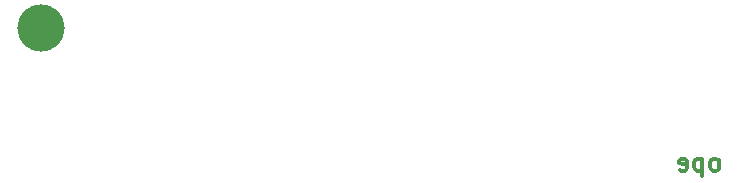
<source format=gbr>
G04 #@! TF.GenerationSoftware,KiCad,Pcbnew,(5.1.10-1-10_14)*
G04 #@! TF.CreationDate,2021-08-18T21:56:21-05:00*
G04 #@! TF.ProjectId,PCB-Keychains,5043422d-4b65-4796-9368-61696e732e6b,rev?*
G04 #@! TF.SameCoordinates,Original*
G04 #@! TF.FileFunction,Soldermask,Bot*
G04 #@! TF.FilePolarity,Negative*
%FSLAX46Y46*%
G04 Gerber Fmt 4.6, Leading zero omitted, Abs format (unit mm)*
G04 Created by KiCad (PCBNEW (5.1.10-1-10_14)) date 2021-08-18 21:56:21*
%MOMM*%
%LPD*%
G01*
G04 APERTURE LIST*
%ADD10C,0.375000*%
%ADD11C,4.000000*%
G04 APERTURE END LIST*
D10*
X277828571Y-123878571D02*
X277971428Y-123807142D01*
X278042857Y-123735714D01*
X278114285Y-123592857D01*
X278114285Y-123164285D01*
X278042857Y-123021428D01*
X277971428Y-122950000D01*
X277828571Y-122878571D01*
X277614285Y-122878571D01*
X277471428Y-122950000D01*
X277400000Y-123021428D01*
X277328571Y-123164285D01*
X277328571Y-123592857D01*
X277400000Y-123735714D01*
X277471428Y-123807142D01*
X277614285Y-123878571D01*
X277828571Y-123878571D01*
X276685714Y-122878571D02*
X276685714Y-124378571D01*
X276685714Y-122950000D02*
X276542857Y-122878571D01*
X276257142Y-122878571D01*
X276114285Y-122950000D01*
X276042857Y-123021428D01*
X275971428Y-123164285D01*
X275971428Y-123592857D01*
X276042857Y-123735714D01*
X276114285Y-123807142D01*
X276257142Y-123878571D01*
X276542857Y-123878571D01*
X276685714Y-123807142D01*
X274757142Y-123807142D02*
X274900000Y-123878571D01*
X275185714Y-123878571D01*
X275328571Y-123807142D01*
X275400000Y-123664285D01*
X275400000Y-123092857D01*
X275328571Y-122950000D01*
X275185714Y-122878571D01*
X274900000Y-122878571D01*
X274757142Y-122950000D01*
X274685714Y-123092857D01*
X274685714Y-123235714D01*
X275400000Y-123378571D01*
D11*
X220700000Y-111800000D03*
M02*

</source>
